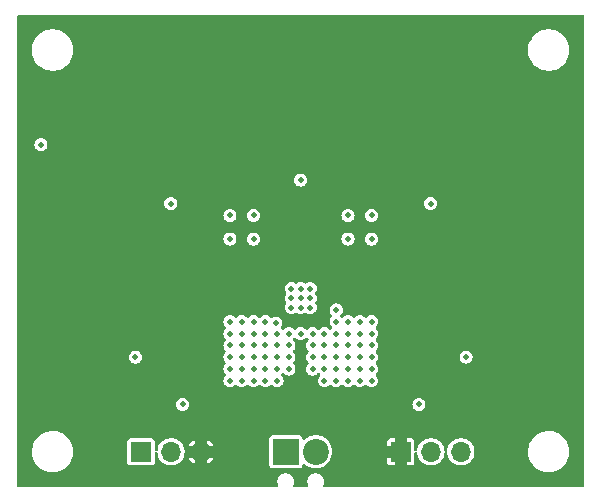
<source format=gbr>
%TF.GenerationSoftware,KiCad,Pcbnew,8.0.2*%
%TF.CreationDate,2025-01-07T09:10:32-03:00*%
%TF.ProjectId,LumiCom_Transmitter,4c756d69-436f-46d5-9f54-72616e736d69,rev?*%
%TF.SameCoordinates,Original*%
%TF.FileFunction,Copper,L3,Inr*%
%TF.FilePolarity,Positive*%
%FSLAX46Y46*%
G04 Gerber Fmt 4.6, Leading zero omitted, Abs format (unit mm)*
G04 Created by KiCad (PCBNEW 8.0.2) date 2025-01-07 09:10:32*
%MOMM*%
%LPD*%
G01*
G04 APERTURE LIST*
%TA.AperFunction,ComponentPad*%
%ADD10R,1.700000X1.700000*%
%TD*%
%TA.AperFunction,ComponentPad*%
%ADD11O,1.700000X1.700000*%
%TD*%
%TA.AperFunction,HeatsinkPad*%
%ADD12C,0.500000*%
%TD*%
%TA.AperFunction,ComponentPad*%
%ADD13R,2.200000X2.200000*%
%TD*%
%TA.AperFunction,ComponentPad*%
%ADD14C,2.200000*%
%TD*%
%TA.AperFunction,ViaPad*%
%ADD15C,0.500000*%
%TD*%
G04 APERTURE END LIST*
D10*
%TO.N,VCC*%
%TO.C,JP_A1*%
X33475000Y4000000D03*
D11*
%TO.N,Net-(JP_A1-C)*%
X36015000Y4000000D03*
%TO.N,GND*%
X38554999Y4000000D03*
%TD*%
D12*
%TO.N,GND*%
%TO.C,U1*%
X24200000Y17800000D03*
X24200000Y16200000D03*
X24200001Y17000000D03*
X25000000Y17799999D03*
X25000000Y17000000D03*
X25000000Y16200001D03*
X25799999Y17000000D03*
X25800000Y17800000D03*
X25800000Y16200000D03*
%TD*%
D10*
%TO.N,GND*%
%TO.C,JP_A0*%
X11474999Y4000000D03*
D11*
%TO.N,Net-(JP_A0-C)*%
X14014999Y4000000D03*
%TO.N,VCC*%
X16554998Y4000000D03*
%TD*%
D13*
%TO.N,Net-(J1-Pin_1)*%
%TO.C,J1*%
X23730000Y4000000D03*
D14*
%TO.N,GND*%
X26270000Y4000000D03*
%TD*%
D15*
%TO.N,GND*%
X29000000Y15000000D03*
X29000000Y13000000D03*
X23000000Y14000000D03*
X27000000Y14000000D03*
X26000000Y13000000D03*
X22000000Y10000000D03*
X28000000Y14000000D03*
X21000000Y13000000D03*
X21000000Y15000000D03*
X19000000Y11000000D03*
X19000000Y14000000D03*
X31000000Y24000000D03*
X21000000Y10000000D03*
X20000000Y14000000D03*
X20000000Y11000000D03*
X24000000Y11000000D03*
X20000000Y10000000D03*
X20000000Y12000000D03*
X11000000Y12000000D03*
X21000000Y24000000D03*
X15000000Y8000000D03*
X23000000Y13000000D03*
X22890000Y14890000D03*
X25000000Y14000000D03*
X20000000Y15000000D03*
X19000000Y13000000D03*
X28000000Y13000000D03*
X24000000Y13000000D03*
X28000000Y11000000D03*
X22000000Y15000000D03*
X23000000Y11000000D03*
X31000000Y14000000D03*
X26000000Y12000000D03*
X19000000Y12000000D03*
X30000000Y12000000D03*
X31000000Y13000000D03*
X22000000Y14000000D03*
X24000000Y12000000D03*
X35000000Y8000000D03*
X31000000Y10000000D03*
X19000000Y24000000D03*
X29000000Y14000000D03*
X14000000Y25000000D03*
X23000000Y12000000D03*
X29000000Y22000000D03*
X30000000Y13000000D03*
X19000000Y10000000D03*
X22000000Y12000000D03*
X19000000Y22000000D03*
X31000000Y22000000D03*
X36000000Y25000000D03*
X27000000Y13000000D03*
X25000000Y27000000D03*
X29000000Y10000000D03*
X22000000Y13000000D03*
X29000000Y11000000D03*
X19000000Y15000000D03*
X28000000Y15000000D03*
X28000000Y12000000D03*
X20000000Y13000000D03*
X26000000Y11000000D03*
X21000000Y12000000D03*
X39000000Y12000000D03*
X21000000Y14000000D03*
X22000000Y11000000D03*
X30000000Y11000000D03*
X27000000Y11000000D03*
X21000000Y22000000D03*
X29000000Y24000000D03*
X28000000Y10000000D03*
X31000000Y12000000D03*
X24000000Y14000000D03*
X31000000Y11000000D03*
X30000000Y15000000D03*
X29000000Y12000000D03*
X23000000Y10000000D03*
X30000000Y10000000D03*
X27000000Y10000000D03*
X3000000Y30000000D03*
X27000000Y12000000D03*
X30000000Y14000000D03*
X31000000Y15000000D03*
X21000000Y11000000D03*
%TO.N,VCC*%
X25000000Y32000000D03*
X12000000Y30000000D03*
X27500000Y8500000D03*
X11000000Y22000000D03*
X25000000Y21000000D03*
X39000000Y22000000D03*
%TO.N,Net-(JP_A0-C)*%
X26000000Y14000000D03*
%TO.N,Net-(JP_A1-C)*%
X28000000Y16000000D03*
%TD*%
%TA.AperFunction,Conductor*%
%TO.N,VCC*%
G36*
X48943039Y40980315D02*
G01*
X48988794Y40927511D01*
X49000000Y40876000D01*
X49000000Y1124000D01*
X48980315Y1056961D01*
X48927511Y1011206D01*
X48876000Y1000000D01*
X27023257Y1000000D01*
X26956218Y1019685D01*
X26910463Y1072489D01*
X26900519Y1141647D01*
X26908696Y1171452D01*
X26943578Y1255668D01*
X26943580Y1255672D01*
X26970500Y1391007D01*
X26970500Y1528993D01*
X26970500Y1528996D01*
X26943581Y1664323D01*
X26943580Y1664324D01*
X26943580Y1664328D01*
X26943578Y1664333D01*
X26890778Y1791805D01*
X26890771Y1791818D01*
X26814114Y1906542D01*
X26814111Y1906546D01*
X26716545Y2004112D01*
X26716541Y2004115D01*
X26601817Y2080772D01*
X26601804Y2080779D01*
X26474332Y2133579D01*
X26474322Y2133582D01*
X26338995Y2160500D01*
X26338993Y2160500D01*
X26201007Y2160500D01*
X26201005Y2160500D01*
X26065677Y2133582D01*
X26065667Y2133579D01*
X25938195Y2080779D01*
X25938182Y2080772D01*
X25823458Y2004115D01*
X25823454Y2004112D01*
X25725888Y1906546D01*
X25725885Y1906542D01*
X25649228Y1791818D01*
X25649221Y1791805D01*
X25596421Y1664333D01*
X25596418Y1664323D01*
X25569500Y1528996D01*
X25569500Y1528993D01*
X25569500Y1391007D01*
X25569500Y1391005D01*
X25569499Y1391005D01*
X25596418Y1255678D01*
X25596421Y1255668D01*
X25631304Y1171452D01*
X25638773Y1101982D01*
X25607497Y1039503D01*
X25547408Y1003852D01*
X25516743Y1000000D01*
X24483257Y1000000D01*
X24416218Y1019685D01*
X24370463Y1072489D01*
X24360519Y1141647D01*
X24368696Y1171452D01*
X24403578Y1255668D01*
X24403580Y1255672D01*
X24430500Y1391007D01*
X24430500Y1528993D01*
X24430500Y1528996D01*
X24403581Y1664323D01*
X24403580Y1664324D01*
X24403580Y1664328D01*
X24403578Y1664333D01*
X24350778Y1791805D01*
X24350771Y1791818D01*
X24274114Y1906542D01*
X24274111Y1906546D01*
X24176545Y2004112D01*
X24176541Y2004115D01*
X24061817Y2080772D01*
X24061804Y2080779D01*
X23934332Y2133579D01*
X23934322Y2133582D01*
X23798995Y2160500D01*
X23798993Y2160500D01*
X23661007Y2160500D01*
X23661005Y2160500D01*
X23525677Y2133582D01*
X23525667Y2133579D01*
X23398195Y2080779D01*
X23398182Y2080772D01*
X23283458Y2004115D01*
X23283454Y2004112D01*
X23185888Y1906546D01*
X23185885Y1906542D01*
X23109228Y1791818D01*
X23109221Y1791805D01*
X23056421Y1664333D01*
X23056418Y1664323D01*
X23029500Y1528996D01*
X23029500Y1528993D01*
X23029500Y1391007D01*
X23029500Y1391005D01*
X23029499Y1391005D01*
X23056418Y1255678D01*
X23056421Y1255668D01*
X23091304Y1171452D01*
X23098773Y1101982D01*
X23067497Y1039503D01*
X23007408Y1003852D01*
X22976743Y1000000D01*
X1124000Y1000000D01*
X1056961Y1019685D01*
X1011206Y1072489D01*
X1000000Y1124000D01*
X1000000Y4114742D01*
X2249500Y4114742D01*
X2249500Y3885259D01*
X2274446Y3695785D01*
X2279452Y3657762D01*
X2321724Y3500000D01*
X2338842Y3436113D01*
X2426650Y3224124D01*
X2426657Y3224110D01*
X2541392Y3025383D01*
X2681081Y2843339D01*
X2681089Y2843330D01*
X2843330Y2681089D01*
X2843338Y2681082D01*
X3025382Y2541393D01*
X3025385Y2541392D01*
X3025388Y2541389D01*
X3224112Y2426656D01*
X3224117Y2426654D01*
X3224123Y2426651D01*
X3315480Y2388810D01*
X3436113Y2338842D01*
X3657762Y2279452D01*
X3885266Y2249500D01*
X3885273Y2249500D01*
X4114727Y2249500D01*
X4114734Y2249500D01*
X4342238Y2279452D01*
X4563887Y2338842D01*
X4775888Y2426656D01*
X4974612Y2541389D01*
X5156661Y2681081D01*
X5156665Y2681086D01*
X5156670Y2681089D01*
X5318911Y2843330D01*
X5318914Y2843335D01*
X5318919Y2843339D01*
X5458611Y3025388D01*
X5573344Y3224112D01*
X5661158Y3436113D01*
X5720548Y3657762D01*
X5750500Y3885266D01*
X5750500Y4114734D01*
X5720548Y4342238D01*
X5661158Y4563887D01*
X5573344Y4775888D01*
X5504651Y4894869D01*
X10324499Y4894869D01*
X10324499Y3105144D01*
X10324501Y3105118D01*
X10327412Y3080013D01*
X10327414Y3080009D01*
X10372792Y2977236D01*
X10372793Y2977235D01*
X10452234Y2897794D01*
X10555008Y2852415D01*
X10580134Y2849500D01*
X12369863Y2849501D01*
X12369878Y2849503D01*
X12369881Y2849503D01*
X12394986Y2852414D01*
X12394987Y2852415D01*
X12394990Y2852415D01*
X12497764Y2897794D01*
X12577205Y2977235D01*
X12622584Y3080009D01*
X12625499Y3105135D01*
X12625498Y3843954D01*
X12645182Y3910991D01*
X12697986Y3956746D01*
X12767145Y3966690D01*
X12830701Y3937665D01*
X12868475Y3878887D01*
X12872969Y3855394D01*
X12877453Y3807007D01*
X12879243Y3787690D01*
X12932674Y3599901D01*
X12937595Y3582608D01*
X12937595Y3582606D01*
X13032631Y3391747D01*
X13159226Y3224110D01*
X13161127Y3221593D01*
X13318697Y3077948D01*
X13499980Y2965702D01*
X13698801Y2888679D01*
X13908389Y2849500D01*
X13908391Y2849500D01*
X14121607Y2849500D01*
X14121609Y2849500D01*
X14331197Y2888679D01*
X14530018Y2965702D01*
X14711301Y3077948D01*
X14868871Y3221593D01*
X14997365Y3391745D01*
X14997497Y3392011D01*
X15051269Y3500000D01*
X15519286Y3500000D01*
X15573057Y3392011D01*
X15701498Y3221929D01*
X15858998Y3078349D01*
X15859000Y3078347D01*
X16040200Y2966153D01*
X16040202Y2966152D01*
X16054998Y2960421D01*
X16054998Y2960422D01*
X17054998Y2960422D01*
X17069793Y2966152D01*
X17069795Y2966153D01*
X17250995Y3078347D01*
X17250997Y3078349D01*
X17408497Y3221929D01*
X17536938Y3392011D01*
X17590710Y3500000D01*
X17054998Y3500000D01*
X17054998Y2960422D01*
X16054998Y2960422D01*
X16054998Y3500000D01*
X15519286Y3500000D01*
X15051269Y3500000D01*
X15092402Y3582606D01*
X15092402Y3582607D01*
X15092404Y3582611D01*
X15150755Y3787690D01*
X15170428Y4000000D01*
X15164328Y4065826D01*
X16054998Y4065826D01*
X16054998Y3934174D01*
X16089073Y3807007D01*
X16154899Y3692993D01*
X16247991Y3599901D01*
X16362005Y3534075D01*
X16489172Y3500000D01*
X16620824Y3500000D01*
X16747991Y3534075D01*
X16862005Y3599901D01*
X16955097Y3692993D01*
X17020923Y3807007D01*
X17054998Y3934174D01*
X17054998Y4065826D01*
X17020923Y4192993D01*
X16955097Y4307007D01*
X16862005Y4400099D01*
X16747991Y4465925D01*
X16620824Y4500000D01*
X17054998Y4500000D01*
X17590710Y4500000D01*
X17590710Y4500001D01*
X17536938Y4607990D01*
X17408497Y4778072D01*
X17250997Y4921652D01*
X17250995Y4921654D01*
X17069799Y5033845D01*
X17069791Y5033849D01*
X17054998Y5039581D01*
X17054998Y4500000D01*
X16620824Y4500000D01*
X16489172Y4500000D01*
X16362005Y4465925D01*
X16247991Y4400099D01*
X16154899Y4307007D01*
X16089073Y4192993D01*
X16054998Y4065826D01*
X15164328Y4065826D01*
X15150755Y4212310D01*
X15092404Y4417389D01*
X15092402Y4417394D01*
X15092402Y4417395D01*
X15051269Y4500001D01*
X15519285Y4500001D01*
X15519286Y4500000D01*
X16054998Y4500000D01*
X16054998Y5039580D01*
X16054997Y5039581D01*
X16040204Y5033849D01*
X16040196Y5033845D01*
X15859000Y4921654D01*
X15858998Y4921652D01*
X15701498Y4778072D01*
X15573057Y4607990D01*
X15519285Y4500001D01*
X15051269Y4500001D01*
X14997366Y4608254D01*
X14868871Y4778407D01*
X14775915Y4863148D01*
X14711301Y4922052D01*
X14530018Y5034298D01*
X14530016Y5034299D01*
X14430607Y5072810D01*
X14331197Y5111321D01*
X14151732Y5144869D01*
X22329500Y5144869D01*
X22329500Y2855144D01*
X22329502Y2855118D01*
X22332413Y2830013D01*
X22332415Y2830009D01*
X22377793Y2727236D01*
X22377794Y2727235D01*
X22457235Y2647794D01*
X22560009Y2602415D01*
X22585135Y2599500D01*
X24874864Y2599501D01*
X24874879Y2599503D01*
X24874882Y2599503D01*
X24899987Y2602414D01*
X24899988Y2602415D01*
X24899991Y2602415D01*
X25002765Y2647794D01*
X25082206Y2727235D01*
X25127585Y2830009D01*
X25130500Y2855135D01*
X25130499Y2858533D01*
X25150174Y2925572D01*
X25202971Y2971334D01*
X25272128Y2981287D01*
X25330661Y2956400D01*
X25501365Y2823536D01*
X25501371Y2823532D01*
X25501374Y2823530D01*
X25705497Y2713064D01*
X25819487Y2673932D01*
X25925015Y2637703D01*
X25925017Y2637703D01*
X25925019Y2637702D01*
X26153951Y2599500D01*
X26153952Y2599500D01*
X26386048Y2599500D01*
X26386049Y2599500D01*
X26614981Y2637702D01*
X26834503Y2713064D01*
X27038626Y2823530D01*
X27046951Y2830009D01*
X27214504Y2960421D01*
X27221784Y2966087D01*
X27349860Y3105215D01*
X32325001Y3105215D01*
X32325002Y3105192D01*
X32327908Y3080131D01*
X32327909Y3080127D01*
X32373211Y2977526D01*
X32373214Y2977521D01*
X32452520Y2898215D01*
X32452525Y2898212D01*
X32555123Y2852911D01*
X32580206Y2850001D01*
X32974999Y2850001D01*
X32975000Y2850002D01*
X32975000Y3500000D01*
X32325001Y3500000D01*
X32325001Y3105215D01*
X27349860Y3105215D01*
X27378979Y3136847D01*
X27505924Y3331151D01*
X27599157Y3543700D01*
X27656134Y3768695D01*
X27665793Y3885259D01*
X27675300Y3999994D01*
X27675300Y4000007D01*
X27669846Y4065826D01*
X32975000Y4065826D01*
X32975000Y3934174D01*
X33009075Y3807007D01*
X33074901Y3692993D01*
X33167993Y3599901D01*
X33282007Y3534075D01*
X33409174Y3500000D01*
X33540826Y3500000D01*
X33667993Y3534075D01*
X33782007Y3599901D01*
X33875099Y3692993D01*
X33940925Y3807007D01*
X33975000Y3934174D01*
X33975000Y2850001D01*
X34369786Y2850001D01*
X34369808Y2850003D01*
X34394869Y2852909D01*
X34394873Y2852910D01*
X34497474Y2898212D01*
X34497479Y2898215D01*
X34576785Y2977521D01*
X34576788Y2977526D01*
X34622089Y3080123D01*
X34622089Y3080125D01*
X34624999Y3105206D01*
X34624999Y3849347D01*
X34644683Y3916386D01*
X34697487Y3962141D01*
X34766646Y3972085D01*
X34830202Y3943060D01*
X34867976Y3884282D01*
X34872470Y3860789D01*
X34877454Y3807007D01*
X34879244Y3787690D01*
X34932675Y3599901D01*
X34937596Y3582608D01*
X34937596Y3582606D01*
X35032632Y3391747D01*
X35159227Y3224110D01*
X35161128Y3221593D01*
X35318698Y3077948D01*
X35499981Y2965702D01*
X35698802Y2888679D01*
X35908390Y2849500D01*
X35908392Y2849500D01*
X36121608Y2849500D01*
X36121610Y2849500D01*
X36331198Y2888679D01*
X36530019Y2965702D01*
X36711302Y3077948D01*
X36868872Y3221593D01*
X36997366Y3391745D01*
X36997498Y3392011D01*
X37092403Y3582606D01*
X37092403Y3582607D01*
X37092405Y3582611D01*
X37150756Y3787690D01*
X37161528Y3903948D01*
X37187314Y3968883D01*
X37229630Y3999196D01*
X37338119Y3999196D01*
X37374502Y3978326D01*
X37406692Y3916314D01*
X37408470Y3903947D01*
X37417453Y3807007D01*
X37419243Y3787690D01*
X37472674Y3599901D01*
X37477595Y3582608D01*
X37477595Y3582606D01*
X37572631Y3391747D01*
X37699226Y3224110D01*
X37701127Y3221593D01*
X37858697Y3077948D01*
X38039980Y2965702D01*
X38238801Y2888679D01*
X38448389Y2849500D01*
X38448391Y2849500D01*
X38661607Y2849500D01*
X38661609Y2849500D01*
X38871197Y2888679D01*
X39070018Y2965702D01*
X39251301Y3077948D01*
X39408871Y3221593D01*
X39537365Y3391745D01*
X39537497Y3392011D01*
X39632402Y3582606D01*
X39632402Y3582607D01*
X39632404Y3582611D01*
X39690755Y3787690D01*
X39710428Y4000000D01*
X39699796Y4114742D01*
X44249500Y4114742D01*
X44249500Y3885259D01*
X44274446Y3695785D01*
X44279452Y3657762D01*
X44321724Y3500000D01*
X44338842Y3436113D01*
X44426650Y3224124D01*
X44426657Y3224110D01*
X44541392Y3025383D01*
X44681081Y2843339D01*
X44681089Y2843330D01*
X44843330Y2681089D01*
X44843338Y2681082D01*
X45025382Y2541393D01*
X45025385Y2541392D01*
X45025388Y2541389D01*
X45224112Y2426656D01*
X45224117Y2426654D01*
X45224123Y2426651D01*
X45315480Y2388810D01*
X45436113Y2338842D01*
X45657762Y2279452D01*
X45885266Y2249500D01*
X45885273Y2249500D01*
X46114727Y2249500D01*
X46114734Y2249500D01*
X46342238Y2279452D01*
X46563887Y2338842D01*
X46775888Y2426656D01*
X46974612Y2541389D01*
X47156661Y2681081D01*
X47156665Y2681086D01*
X47156670Y2681089D01*
X47318911Y2843330D01*
X47318914Y2843335D01*
X47318919Y2843339D01*
X47458611Y3025388D01*
X47573344Y3224112D01*
X47661158Y3436113D01*
X47720548Y3657762D01*
X47750500Y3885266D01*
X47750500Y4114734D01*
X47720548Y4342238D01*
X47661158Y4563887D01*
X47573344Y4775888D01*
X47458611Y4974612D01*
X47458608Y4974615D01*
X47458607Y4974618D01*
X47330588Y5141454D01*
X47318919Y5156661D01*
X47318918Y5156662D01*
X47318911Y5156670D01*
X47156670Y5318911D01*
X47156661Y5318919D01*
X46974617Y5458608D01*
X46775890Y5573343D01*
X46775876Y5573350D01*
X46563887Y5661158D01*
X46342238Y5720548D01*
X46304215Y5725554D01*
X46114741Y5750500D01*
X46114734Y5750500D01*
X45885266Y5750500D01*
X45885258Y5750500D01*
X45668715Y5721991D01*
X45657762Y5720548D01*
X45564076Y5695446D01*
X45436112Y5661158D01*
X45224123Y5573350D01*
X45224109Y5573343D01*
X45025382Y5458608D01*
X44843338Y5318919D01*
X44681081Y5156662D01*
X44541392Y4974618D01*
X44426657Y4775891D01*
X44426650Y4775877D01*
X44338842Y4563888D01*
X44338842Y4563887D01*
X44299590Y4417393D01*
X44279453Y4342241D01*
X44279451Y4342230D01*
X44249500Y4114742D01*
X39699796Y4114742D01*
X39690755Y4212310D01*
X39632404Y4417389D01*
X39632402Y4417394D01*
X39632402Y4417395D01*
X39537366Y4608254D01*
X39408871Y4778407D01*
X39315915Y4863148D01*
X39251301Y4922052D01*
X39070018Y5034298D01*
X39070016Y5034299D01*
X38970607Y5072810D01*
X38871197Y5111321D01*
X38661609Y5150500D01*
X38448389Y5150500D01*
X38238801Y5111321D01*
X38238798Y5111321D01*
X38238798Y5111320D01*
X38039981Y5034299D01*
X38039979Y5034298D01*
X37858698Y4922053D01*
X37701126Y4778407D01*
X37572631Y4608254D01*
X37477595Y4417395D01*
X37477595Y4417393D01*
X37419243Y4212311D01*
X37408470Y4096054D01*
X37382684Y4031117D01*
X37338119Y3999196D01*
X37229630Y3999196D01*
X37231877Y4000806D01*
X37195496Y4021676D01*
X37163306Y4083688D01*
X37161528Y4096055D01*
X37159798Y4114728D01*
X37150756Y4212310D01*
X37092405Y4417389D01*
X37092403Y4417394D01*
X37092403Y4417395D01*
X36997367Y4608254D01*
X36868872Y4778407D01*
X36775916Y4863148D01*
X36711302Y4922052D01*
X36530019Y5034298D01*
X36530017Y5034299D01*
X36430608Y5072810D01*
X36331198Y5111321D01*
X36121610Y5150500D01*
X35908390Y5150500D01*
X35698802Y5111321D01*
X35698799Y5111321D01*
X35698799Y5111320D01*
X35499982Y5034299D01*
X35499980Y5034298D01*
X35318699Y4922053D01*
X35161127Y4778407D01*
X35032632Y4608254D01*
X34937596Y4417395D01*
X34937596Y4417393D01*
X34879244Y4212311D01*
X34872470Y4139210D01*
X34846683Y4074273D01*
X34789883Y4033586D01*
X34720102Y4030066D01*
X34659496Y4064832D01*
X34627306Y4126845D01*
X34624999Y4150652D01*
X34624999Y4894786D01*
X34624997Y4894809D01*
X34622091Y4919870D01*
X34622090Y4919874D01*
X34576788Y5022475D01*
X34576785Y5022480D01*
X34497479Y5101786D01*
X34497474Y5101789D01*
X34394876Y5147090D01*
X34369794Y5150000D01*
X33975000Y5150000D01*
X33975000Y4065826D01*
X33940925Y4192993D01*
X33875099Y4307007D01*
X33782007Y4400099D01*
X33667993Y4465925D01*
X33540826Y4500000D01*
X33409174Y4500000D01*
X33282007Y4465925D01*
X33167993Y4400099D01*
X33074901Y4307007D01*
X33009075Y4192993D01*
X32975000Y4065826D01*
X27669846Y4065826D01*
X27656135Y4231298D01*
X27656133Y4231309D01*
X27599157Y4456301D01*
X27505924Y4668849D01*
X27378983Y4863148D01*
X27378980Y4863151D01*
X27378979Y4863153D01*
X27349851Y4894795D01*
X32325000Y4894795D01*
X32325000Y4500000D01*
X32975000Y4500000D01*
X32975000Y5150000D01*
X32580214Y5150000D01*
X32580191Y5149998D01*
X32555130Y5147092D01*
X32555126Y5147091D01*
X32452525Y5101789D01*
X32452520Y5101786D01*
X32373214Y5022480D01*
X32373211Y5022475D01*
X32327910Y4919878D01*
X32327910Y4919876D01*
X32325000Y4894795D01*
X27349851Y4894795D01*
X27221784Y5033913D01*
X27221779Y5033917D01*
X27221777Y5033919D01*
X27038634Y5176465D01*
X27038628Y5176469D01*
X26834504Y5286936D01*
X26834495Y5286939D01*
X26614984Y5362298D01*
X26443282Y5390950D01*
X26386049Y5400500D01*
X26153951Y5400500D01*
X26108164Y5392860D01*
X25925015Y5362298D01*
X25705504Y5286939D01*
X25705495Y5286936D01*
X25501372Y5176469D01*
X25330661Y5043600D01*
X25265667Y5017958D01*
X25197127Y5031525D01*
X25146802Y5079993D01*
X25130499Y5141454D01*
X25130499Y5144857D01*
X25130499Y5144864D01*
X25130241Y5147092D01*
X25127586Y5169988D01*
X25127585Y5169990D01*
X25127585Y5169991D01*
X25082206Y5272765D01*
X25002765Y5352206D01*
X24979909Y5362298D01*
X24899992Y5397585D01*
X24874865Y5400500D01*
X22585143Y5400500D01*
X22585117Y5400498D01*
X22560012Y5397587D01*
X22560008Y5397585D01*
X22457235Y5352207D01*
X22377794Y5272766D01*
X22332415Y5169994D01*
X22332415Y5169992D01*
X22329500Y5144869D01*
X14151732Y5144869D01*
X14121609Y5150500D01*
X13908389Y5150500D01*
X13698801Y5111321D01*
X13698798Y5111321D01*
X13698798Y5111320D01*
X13499981Y5034299D01*
X13499979Y5034298D01*
X13318698Y4922053D01*
X13161126Y4778407D01*
X13032631Y4608254D01*
X12937595Y4417395D01*
X12937595Y4417393D01*
X12879243Y4212311D01*
X12872969Y4144606D01*
X12847182Y4079669D01*
X12790382Y4038982D01*
X12720601Y4035462D01*
X12659994Y4070228D01*
X12627805Y4132241D01*
X12625498Y4156048D01*
X12625498Y4894857D01*
X12625498Y4894864D01*
X12625496Y4894883D01*
X12622585Y4919988D01*
X12622584Y4919990D01*
X12622584Y4919991D01*
X12577205Y5022765D01*
X12497764Y5102206D01*
X12477123Y5111320D01*
X12394991Y5147585D01*
X12369864Y5150500D01*
X10580142Y5150500D01*
X10580116Y5150498D01*
X10555011Y5147587D01*
X10555007Y5147585D01*
X10452234Y5102207D01*
X10372793Y5022766D01*
X10327414Y4919994D01*
X10327414Y4919992D01*
X10324499Y4894869D01*
X5504651Y4894869D01*
X5458611Y4974612D01*
X5458608Y4974615D01*
X5458607Y4974618D01*
X5330588Y5141454D01*
X5318919Y5156661D01*
X5318918Y5156662D01*
X5318911Y5156670D01*
X5156670Y5318911D01*
X5156661Y5318919D01*
X4974617Y5458608D01*
X4775890Y5573343D01*
X4775876Y5573350D01*
X4563887Y5661158D01*
X4342238Y5720548D01*
X4304215Y5725554D01*
X4114741Y5750500D01*
X4114734Y5750500D01*
X3885266Y5750500D01*
X3885258Y5750500D01*
X3668715Y5721991D01*
X3657762Y5720548D01*
X3564076Y5695446D01*
X3436112Y5661158D01*
X3224123Y5573350D01*
X3224109Y5573343D01*
X3025382Y5458608D01*
X2843338Y5318919D01*
X2681081Y5156662D01*
X2541392Y4974618D01*
X2426657Y4775891D01*
X2426650Y4775877D01*
X2338842Y4563888D01*
X2338842Y4563887D01*
X2299590Y4417393D01*
X2279453Y4342241D01*
X2279451Y4342230D01*
X2249500Y4114742D01*
X1000000Y4114742D01*
X1000000Y8000001D01*
X14444750Y8000001D01*
X14444750Y8000000D01*
X14463670Y7856292D01*
X14463671Y7856288D01*
X14519137Y7722378D01*
X14519138Y7722376D01*
X14519139Y7722375D01*
X14607379Y7607379D01*
X14722375Y7519139D01*
X14856291Y7463670D01*
X14983280Y7446952D01*
X14999999Y7444750D01*
X15000000Y7444750D01*
X15000001Y7444750D01*
X15014977Y7446722D01*
X15143709Y7463670D01*
X15277625Y7519139D01*
X15392621Y7607379D01*
X15480861Y7722375D01*
X15536330Y7856291D01*
X15555250Y8000000D01*
X15555250Y8000001D01*
X34444750Y8000001D01*
X34444750Y8000000D01*
X34463670Y7856292D01*
X34463671Y7856288D01*
X34519137Y7722378D01*
X34519138Y7722376D01*
X34519139Y7722375D01*
X34607379Y7607379D01*
X34722375Y7519139D01*
X34856291Y7463670D01*
X34983280Y7446952D01*
X34999999Y7444750D01*
X35000000Y7444750D01*
X35000001Y7444750D01*
X35014977Y7446722D01*
X35143709Y7463670D01*
X35277625Y7519139D01*
X35392621Y7607379D01*
X35480861Y7722375D01*
X35536330Y7856291D01*
X35555250Y8000000D01*
X35536330Y8143709D01*
X35480861Y8277625D01*
X35392621Y8392621D01*
X35277625Y8480861D01*
X35277624Y8480862D01*
X35277622Y8480863D01*
X35143712Y8536329D01*
X35143710Y8536330D01*
X35143709Y8536330D01*
X35071854Y8545790D01*
X35000001Y8555250D01*
X34999999Y8555250D01*
X34856291Y8536330D01*
X34856287Y8536329D01*
X34722377Y8480863D01*
X34607379Y8392621D01*
X34519137Y8277623D01*
X34463671Y8143713D01*
X34463670Y8143709D01*
X34444750Y8000001D01*
X15555250Y8000001D01*
X15536330Y8143709D01*
X15480861Y8277625D01*
X15392621Y8392621D01*
X15277625Y8480861D01*
X15277624Y8480862D01*
X15277622Y8480863D01*
X15143712Y8536329D01*
X15143710Y8536330D01*
X15143709Y8536330D01*
X15071854Y8545790D01*
X15000001Y8555250D01*
X14999999Y8555250D01*
X14856291Y8536330D01*
X14856287Y8536329D01*
X14722377Y8480863D01*
X14607379Y8392621D01*
X14519137Y8277623D01*
X14463671Y8143713D01*
X14463670Y8143709D01*
X14444750Y8000001D01*
X1000000Y8000001D01*
X1000000Y12000001D01*
X10444750Y12000001D01*
X10444750Y12000000D01*
X10463670Y11856292D01*
X10463671Y11856288D01*
X10519137Y11722378D01*
X10519138Y11722376D01*
X10519139Y11722375D01*
X10607379Y11607379D01*
X10722375Y11519139D01*
X10856291Y11463670D01*
X10983280Y11446952D01*
X10999999Y11444750D01*
X11000000Y11444750D01*
X11000001Y11444750D01*
X11014977Y11446722D01*
X11143709Y11463670D01*
X11277625Y11519139D01*
X11392621Y11607379D01*
X11480861Y11722375D01*
X11536330Y11856291D01*
X11555250Y12000000D01*
X11536330Y12143709D01*
X11480861Y12277625D01*
X11392621Y12392621D01*
X11277625Y12480861D01*
X11277624Y12480862D01*
X11277622Y12480863D01*
X11143712Y12536329D01*
X11143710Y12536330D01*
X11143709Y12536330D01*
X11071854Y12545790D01*
X11000001Y12555250D01*
X10999999Y12555250D01*
X10856291Y12536330D01*
X10856287Y12536329D01*
X10722377Y12480863D01*
X10607379Y12392621D01*
X10519137Y12277623D01*
X10463671Y12143713D01*
X10463670Y12143709D01*
X10444750Y12000001D01*
X1000000Y12000001D01*
X1000000Y15000001D01*
X18444750Y15000001D01*
X18444750Y15000000D01*
X18463670Y14856292D01*
X18463671Y14856288D01*
X18519137Y14722378D01*
X18519138Y14722376D01*
X18519139Y14722375D01*
X18607379Y14607379D01*
X18616711Y14600218D01*
X18619113Y14598375D01*
X18660316Y14541947D01*
X18664470Y14472201D01*
X18630257Y14411281D01*
X18619113Y14401625D01*
X18607381Y14392623D01*
X18607380Y14392622D01*
X18607379Y14392621D01*
X18589824Y14369743D01*
X18519137Y14277623D01*
X18463671Y14143713D01*
X18463670Y14143709D01*
X18444750Y14000001D01*
X18444750Y14000000D01*
X18463670Y13856292D01*
X18463671Y13856288D01*
X18519137Y13722378D01*
X18519138Y13722376D01*
X18519139Y13722375D01*
X18607379Y13607379D01*
X18616711Y13600218D01*
X18619113Y13598375D01*
X18660316Y13541947D01*
X18664470Y13472201D01*
X18630257Y13411281D01*
X18619113Y13401625D01*
X18607381Y13392623D01*
X18519137Y13277623D01*
X18463671Y13143713D01*
X18463670Y13143709D01*
X18444750Y13000001D01*
X18444750Y13000000D01*
X18463670Y12856292D01*
X18463671Y12856288D01*
X18519137Y12722378D01*
X18519138Y12722376D01*
X18519139Y12722375D01*
X18607379Y12607379D01*
X18616711Y12600218D01*
X18619113Y12598375D01*
X18660316Y12541947D01*
X18664470Y12472201D01*
X18630257Y12411281D01*
X18619113Y12401625D01*
X18607381Y12392623D01*
X18519137Y12277623D01*
X18463671Y12143713D01*
X18463670Y12143709D01*
X18444750Y12000001D01*
X18444750Y12000000D01*
X18463670Y11856292D01*
X18463671Y11856288D01*
X18519137Y11722378D01*
X18519138Y11722376D01*
X18519139Y11722375D01*
X18607379Y11607379D01*
X18616711Y11600218D01*
X18619113Y11598375D01*
X18660316Y11541947D01*
X18664470Y11472201D01*
X18630257Y11411281D01*
X18619113Y11401625D01*
X18607381Y11392623D01*
X18519137Y11277623D01*
X18463671Y11143713D01*
X18463670Y11143709D01*
X18444750Y11000001D01*
X18444750Y11000000D01*
X18463670Y10856292D01*
X18463671Y10856288D01*
X18519137Y10722378D01*
X18519138Y10722376D01*
X18519139Y10722375D01*
X18607379Y10607379D01*
X18616711Y10600218D01*
X18619113Y10598375D01*
X18660316Y10541947D01*
X18664470Y10472201D01*
X18630257Y10411281D01*
X18619113Y10401625D01*
X18607381Y10392623D01*
X18519137Y10277623D01*
X18463671Y10143713D01*
X18463670Y10143709D01*
X18444750Y10000001D01*
X18444750Y10000000D01*
X18463670Y9856292D01*
X18463671Y9856288D01*
X18519137Y9722378D01*
X18519138Y9722376D01*
X18519139Y9722375D01*
X18607379Y9607379D01*
X18722375Y9519139D01*
X18856291Y9463670D01*
X18983280Y9446952D01*
X18999999Y9444750D01*
X19000000Y9444750D01*
X19000001Y9444750D01*
X19014977Y9446722D01*
X19143709Y9463670D01*
X19277625Y9519139D01*
X19392621Y9607379D01*
X19401625Y9619114D01*
X19458050Y9660315D01*
X19527796Y9664471D01*
X19588717Y9630260D01*
X19598367Y9619124D01*
X19607379Y9607379D01*
X19722375Y9519139D01*
X19856291Y9463670D01*
X19983280Y9446952D01*
X19999999Y9444750D01*
X20000000Y9444750D01*
X20000001Y9444750D01*
X20014977Y9446722D01*
X20143709Y9463670D01*
X20277625Y9519139D01*
X20392621Y9607379D01*
X20401625Y9619114D01*
X20458050Y9660315D01*
X20527796Y9664471D01*
X20588717Y9630260D01*
X20598367Y9619124D01*
X20607379Y9607379D01*
X20722375Y9519139D01*
X20856291Y9463670D01*
X20983280Y9446952D01*
X20999999Y9444750D01*
X21000000Y9444750D01*
X21000001Y9444750D01*
X21014977Y9446722D01*
X21143709Y9463670D01*
X21277625Y9519139D01*
X21392621Y9607379D01*
X21401625Y9619114D01*
X21458050Y9660315D01*
X21527796Y9664471D01*
X21588717Y9630260D01*
X21598367Y9619124D01*
X21607379Y9607379D01*
X21722375Y9519139D01*
X21856291Y9463670D01*
X21983280Y9446952D01*
X21999999Y9444750D01*
X22000000Y9444750D01*
X22000001Y9444750D01*
X22014977Y9446722D01*
X22143709Y9463670D01*
X22277625Y9519139D01*
X22392621Y9607379D01*
X22401625Y9619114D01*
X22458050Y9660315D01*
X22527796Y9664471D01*
X22588717Y9630260D01*
X22598367Y9619124D01*
X22607379Y9607379D01*
X22722375Y9519139D01*
X22856291Y9463670D01*
X22983280Y9446952D01*
X22999999Y9444750D01*
X23000000Y9444750D01*
X23000001Y9444750D01*
X23014977Y9446722D01*
X23143709Y9463670D01*
X23277625Y9519139D01*
X23392621Y9607379D01*
X23480861Y9722375D01*
X23536330Y9856291D01*
X23555250Y10000000D01*
X23536330Y10143709D01*
X23480861Y10277625D01*
X23392621Y10392621D01*
X23380886Y10401626D01*
X23339685Y10458050D01*
X23335529Y10527796D01*
X23369740Y10588717D01*
X23380876Y10598368D01*
X23392621Y10607379D01*
X23401625Y10619114D01*
X23458050Y10660315D01*
X23527796Y10664471D01*
X23588717Y10630260D01*
X23598367Y10619124D01*
X23607379Y10607379D01*
X23722375Y10519139D01*
X23856291Y10463670D01*
X23983280Y10446952D01*
X23999999Y10444750D01*
X24000000Y10444750D01*
X24000001Y10444750D01*
X24014977Y10446722D01*
X24143709Y10463670D01*
X24277625Y10519139D01*
X24392621Y10607379D01*
X24480861Y10722375D01*
X24536330Y10856291D01*
X24555250Y11000000D01*
X24536330Y11143709D01*
X24480861Y11277625D01*
X24392621Y11392621D01*
X24380886Y11401626D01*
X24339685Y11458050D01*
X24335529Y11527796D01*
X24369740Y11588717D01*
X24380876Y11598368D01*
X24392621Y11607379D01*
X24480861Y11722375D01*
X24536330Y11856291D01*
X24555250Y12000000D01*
X24536330Y12143709D01*
X24480861Y12277625D01*
X24392621Y12392621D01*
X24380886Y12401626D01*
X24339685Y12458050D01*
X24335529Y12527796D01*
X24369740Y12588717D01*
X24380876Y12598368D01*
X24392621Y12607379D01*
X24480861Y12722375D01*
X24536330Y12856291D01*
X24555250Y13000000D01*
X24536330Y13143709D01*
X24480861Y13277625D01*
X24392621Y13392621D01*
X24380886Y13401626D01*
X24339685Y13458050D01*
X24335529Y13527796D01*
X24369740Y13588717D01*
X24380876Y13598368D01*
X24392621Y13607379D01*
X24401625Y13619114D01*
X24458050Y13660315D01*
X24527796Y13664471D01*
X24588717Y13630260D01*
X24598367Y13619124D01*
X24607379Y13607379D01*
X24722375Y13519139D01*
X24856291Y13463670D01*
X24983280Y13446952D01*
X24999999Y13444750D01*
X25000000Y13444750D01*
X25000001Y13444750D01*
X25014977Y13446722D01*
X25143709Y13463670D01*
X25277625Y13519139D01*
X25392621Y13607379D01*
X25401625Y13619114D01*
X25458050Y13660315D01*
X25527796Y13664471D01*
X25588717Y13630260D01*
X25598367Y13619124D01*
X25607378Y13607380D01*
X25607380Y13607378D01*
X25619113Y13598375D01*
X25660316Y13541947D01*
X25664470Y13472201D01*
X25630257Y13411281D01*
X25619113Y13401625D01*
X25607381Y13392623D01*
X25519137Y13277623D01*
X25463671Y13143713D01*
X25463670Y13143709D01*
X25444750Y13000001D01*
X25444750Y13000000D01*
X25463670Y12856292D01*
X25463671Y12856288D01*
X25519137Y12722378D01*
X25519138Y12722376D01*
X25519139Y12722375D01*
X25607379Y12607379D01*
X25616711Y12600218D01*
X25619113Y12598375D01*
X25660316Y12541947D01*
X25664470Y12472201D01*
X25630257Y12411281D01*
X25619113Y12401625D01*
X25607381Y12392623D01*
X25519137Y12277623D01*
X25463671Y12143713D01*
X25463670Y12143709D01*
X25444750Y12000001D01*
X25444750Y12000000D01*
X25463670Y11856292D01*
X25463671Y11856288D01*
X25519137Y11722378D01*
X25519138Y11722376D01*
X25519139Y11722375D01*
X25607379Y11607379D01*
X25616711Y11600218D01*
X25619113Y11598375D01*
X25660316Y11541947D01*
X25664470Y11472201D01*
X25630257Y11411281D01*
X25619113Y11401625D01*
X25607381Y11392623D01*
X25519137Y11277623D01*
X25463671Y11143713D01*
X25463670Y11143709D01*
X25444750Y11000001D01*
X25444750Y11000000D01*
X25463670Y10856292D01*
X25463671Y10856288D01*
X25519137Y10722378D01*
X25519138Y10722376D01*
X25519139Y10722375D01*
X25607379Y10607379D01*
X25722375Y10519139D01*
X25856291Y10463670D01*
X25983280Y10446952D01*
X25999999Y10444750D01*
X26000000Y10444750D01*
X26000001Y10444750D01*
X26014977Y10446722D01*
X26143709Y10463670D01*
X26277625Y10519139D01*
X26392621Y10607379D01*
X26401625Y10619114D01*
X26458050Y10660315D01*
X26527796Y10664471D01*
X26588717Y10630260D01*
X26598367Y10619124D01*
X26607378Y10607380D01*
X26607380Y10607378D01*
X26619113Y10598375D01*
X26660316Y10541947D01*
X26664470Y10472201D01*
X26630257Y10411281D01*
X26619113Y10401625D01*
X26607381Y10392623D01*
X26519137Y10277623D01*
X26463671Y10143713D01*
X26463670Y10143709D01*
X26444750Y10000001D01*
X26444750Y10000000D01*
X26463670Y9856292D01*
X26463671Y9856288D01*
X26519137Y9722378D01*
X26519138Y9722376D01*
X26519139Y9722375D01*
X26607379Y9607379D01*
X26722375Y9519139D01*
X26856291Y9463670D01*
X26983280Y9446952D01*
X26999999Y9444750D01*
X27000000Y9444750D01*
X27000001Y9444750D01*
X27014977Y9446722D01*
X27143709Y9463670D01*
X27277625Y9519139D01*
X27392621Y9607379D01*
X27401625Y9619114D01*
X27458050Y9660315D01*
X27527796Y9664471D01*
X27588717Y9630260D01*
X27598367Y9619124D01*
X27607379Y9607379D01*
X27722375Y9519139D01*
X27856291Y9463670D01*
X27983280Y9446952D01*
X27999999Y9444750D01*
X28000000Y9444750D01*
X28000001Y9444750D01*
X28014977Y9446722D01*
X28143709Y9463670D01*
X28277625Y9519139D01*
X28392621Y9607379D01*
X28401625Y9619114D01*
X28458050Y9660315D01*
X28527796Y9664471D01*
X28588717Y9630260D01*
X28598367Y9619124D01*
X28607379Y9607379D01*
X28722375Y9519139D01*
X28856291Y9463670D01*
X28983280Y9446952D01*
X28999999Y9444750D01*
X29000000Y9444750D01*
X29000001Y9444750D01*
X29014977Y9446722D01*
X29143709Y9463670D01*
X29277625Y9519139D01*
X29392621Y9607379D01*
X29401625Y9619114D01*
X29458050Y9660315D01*
X29527796Y9664471D01*
X29588717Y9630260D01*
X29598367Y9619124D01*
X29607379Y9607379D01*
X29722375Y9519139D01*
X29856291Y9463670D01*
X29983280Y9446952D01*
X29999999Y9444750D01*
X30000000Y9444750D01*
X30000001Y9444750D01*
X30014977Y9446722D01*
X30143709Y9463670D01*
X30277625Y9519139D01*
X30392621Y9607379D01*
X30401625Y9619114D01*
X30458050Y9660315D01*
X30527796Y9664471D01*
X30588717Y9630260D01*
X30598367Y9619124D01*
X30607379Y9607379D01*
X30722375Y9519139D01*
X30856291Y9463670D01*
X30983280Y9446952D01*
X30999999Y9444750D01*
X31000000Y9444750D01*
X31000001Y9444750D01*
X31014977Y9446722D01*
X31143709Y9463670D01*
X31277625Y9519139D01*
X31392621Y9607379D01*
X31480861Y9722375D01*
X31536330Y9856291D01*
X31555250Y10000000D01*
X31536330Y10143709D01*
X31480861Y10277625D01*
X31392621Y10392621D01*
X31380886Y10401626D01*
X31339685Y10458050D01*
X31335529Y10527796D01*
X31369740Y10588717D01*
X31380876Y10598368D01*
X31392621Y10607379D01*
X31480861Y10722375D01*
X31536330Y10856291D01*
X31555250Y11000000D01*
X31536330Y11143709D01*
X31480861Y11277625D01*
X31392621Y11392621D01*
X31380886Y11401626D01*
X31339685Y11458050D01*
X31335529Y11527796D01*
X31369740Y11588717D01*
X31380876Y11598368D01*
X31392621Y11607379D01*
X31480861Y11722375D01*
X31536330Y11856291D01*
X31555250Y12000000D01*
X31555250Y12000001D01*
X38444750Y12000001D01*
X38444750Y12000000D01*
X38463670Y11856292D01*
X38463671Y11856288D01*
X38519137Y11722378D01*
X38519138Y11722376D01*
X38519139Y11722375D01*
X38607379Y11607379D01*
X38722375Y11519139D01*
X38856291Y11463670D01*
X38983280Y11446952D01*
X38999999Y11444750D01*
X39000000Y11444750D01*
X39000001Y11444750D01*
X39014977Y11446722D01*
X39143709Y11463670D01*
X39277625Y11519139D01*
X39392621Y11607379D01*
X39480861Y11722375D01*
X39536330Y11856291D01*
X39555250Y12000000D01*
X39536330Y12143709D01*
X39480861Y12277625D01*
X39392621Y12392621D01*
X39277625Y12480861D01*
X39277624Y12480862D01*
X39277622Y12480863D01*
X39143712Y12536329D01*
X39143710Y12536330D01*
X39143709Y12536330D01*
X39071854Y12545790D01*
X39000001Y12555250D01*
X38999999Y12555250D01*
X38856291Y12536330D01*
X38856287Y12536329D01*
X38722377Y12480863D01*
X38607379Y12392621D01*
X38519137Y12277623D01*
X38463671Y12143713D01*
X38463670Y12143709D01*
X38444750Y12000001D01*
X31555250Y12000001D01*
X31536330Y12143709D01*
X31480861Y12277625D01*
X31392621Y12392621D01*
X31380886Y12401626D01*
X31339685Y12458050D01*
X31335529Y12527796D01*
X31369740Y12588717D01*
X31380876Y12598368D01*
X31392621Y12607379D01*
X31480861Y12722375D01*
X31536330Y12856291D01*
X31555250Y13000000D01*
X31536330Y13143709D01*
X31480861Y13277625D01*
X31392621Y13392621D01*
X31380886Y13401626D01*
X31339685Y13458050D01*
X31335529Y13527796D01*
X31369740Y13588717D01*
X31380876Y13598368D01*
X31392621Y13607379D01*
X31480861Y13722375D01*
X31536330Y13856291D01*
X31555250Y14000000D01*
X31536330Y14143709D01*
X31480861Y14277625D01*
X31392621Y14392621D01*
X31380886Y14401626D01*
X31339685Y14458050D01*
X31335529Y14527796D01*
X31369740Y14588717D01*
X31380876Y14598368D01*
X31392621Y14607379D01*
X31480861Y14722375D01*
X31536330Y14856291D01*
X31555250Y15000000D01*
X31536330Y15143709D01*
X31480861Y15277625D01*
X31392621Y15392621D01*
X31277625Y15480861D01*
X31277624Y15480862D01*
X31277622Y15480863D01*
X31143712Y15536329D01*
X31143710Y15536330D01*
X31143709Y15536330D01*
X31071854Y15545790D01*
X31000001Y15555250D01*
X30999999Y15555250D01*
X30856291Y15536330D01*
X30856287Y15536329D01*
X30722377Y15480863D01*
X30711089Y15472201D01*
X30607379Y15392621D01*
X30607378Y15392620D01*
X30607377Y15392619D01*
X30598375Y15380887D01*
X30541947Y15339684D01*
X30472201Y15335530D01*
X30411281Y15369743D01*
X30401625Y15380887D01*
X30399782Y15383289D01*
X30392621Y15392621D01*
X30277625Y15480861D01*
X30277624Y15480862D01*
X30277622Y15480863D01*
X30143712Y15536329D01*
X30143710Y15536330D01*
X30143709Y15536330D01*
X30071854Y15545790D01*
X30000001Y15555250D01*
X29999999Y15555250D01*
X29856291Y15536330D01*
X29856287Y15536329D01*
X29722377Y15480863D01*
X29711089Y15472201D01*
X29607379Y15392621D01*
X29607378Y15392620D01*
X29607377Y15392619D01*
X29598375Y15380887D01*
X29541947Y15339684D01*
X29472201Y15335530D01*
X29411281Y15369743D01*
X29401625Y15380887D01*
X29399782Y15383289D01*
X29392621Y15392621D01*
X29277625Y15480861D01*
X29277624Y15480862D01*
X29277622Y15480863D01*
X29143712Y15536329D01*
X29143710Y15536330D01*
X29143709Y15536330D01*
X29071854Y15545790D01*
X29000001Y15555250D01*
X28999999Y15555250D01*
X28856291Y15536330D01*
X28856287Y15536329D01*
X28722377Y15480863D01*
X28711089Y15472201D01*
X28607379Y15392621D01*
X28607378Y15392620D01*
X28607377Y15392619D01*
X28598375Y15380887D01*
X28541947Y15339684D01*
X28472201Y15335530D01*
X28411281Y15369743D01*
X28401625Y15380887D01*
X28392622Y15392620D01*
X28392618Y15392623D01*
X28380886Y15401626D01*
X28339685Y15458050D01*
X28335529Y15527796D01*
X28369740Y15588717D01*
X28380876Y15598368D01*
X28392621Y15607379D01*
X28480861Y15722375D01*
X28536330Y15856291D01*
X28555250Y16000000D01*
X28536330Y16143709D01*
X28480861Y16277625D01*
X28392621Y16392621D01*
X28277625Y16480861D01*
X28277624Y16480862D01*
X28277622Y16480863D01*
X28143712Y16536329D01*
X28143710Y16536330D01*
X28143709Y16536330D01*
X28071854Y16545790D01*
X28000001Y16555250D01*
X27999999Y16555250D01*
X27856291Y16536330D01*
X27856287Y16536329D01*
X27722377Y16480863D01*
X27607379Y16392621D01*
X27519137Y16277623D01*
X27463671Y16143713D01*
X27463670Y16143709D01*
X27444750Y16000001D01*
X27444750Y16000000D01*
X27463670Y15856292D01*
X27463671Y15856288D01*
X27519137Y15722378D01*
X27519138Y15722376D01*
X27519139Y15722375D01*
X27607379Y15607379D01*
X27616711Y15600218D01*
X27619113Y15598375D01*
X27660316Y15541947D01*
X27664470Y15472201D01*
X27630257Y15411281D01*
X27619113Y15401625D01*
X27607381Y15392623D01*
X27607380Y15392622D01*
X27607379Y15392621D01*
X27589824Y15369743D01*
X27519137Y15277623D01*
X27463671Y15143713D01*
X27463670Y15143709D01*
X27444750Y15000001D01*
X27444750Y15000000D01*
X27463670Y14856292D01*
X27463671Y14856288D01*
X27519137Y14722378D01*
X27519138Y14722376D01*
X27519139Y14722375D01*
X27607379Y14607379D01*
X27616711Y14600218D01*
X27619113Y14598375D01*
X27660316Y14541947D01*
X27664470Y14472201D01*
X27630257Y14411281D01*
X27619113Y14401625D01*
X27607379Y14392622D01*
X27607378Y14392621D01*
X27598375Y14380887D01*
X27541947Y14339684D01*
X27472201Y14335530D01*
X27411281Y14369743D01*
X27401625Y14380887D01*
X27399782Y14383289D01*
X27392621Y14392621D01*
X27277625Y14480861D01*
X27277624Y14480862D01*
X27277622Y14480863D01*
X27143712Y14536329D01*
X27143710Y14536330D01*
X27143709Y14536330D01*
X27071854Y14545790D01*
X27000001Y14555250D01*
X26999999Y14555250D01*
X26856291Y14536330D01*
X26856287Y14536329D01*
X26722377Y14480863D01*
X26711089Y14472201D01*
X26607379Y14392621D01*
X26607378Y14392620D01*
X26607377Y14392619D01*
X26598375Y14380887D01*
X26541947Y14339684D01*
X26472201Y14335530D01*
X26411281Y14369743D01*
X26401625Y14380887D01*
X26399782Y14383289D01*
X26392621Y14392621D01*
X26277625Y14480861D01*
X26277624Y14480862D01*
X26277622Y14480863D01*
X26143712Y14536329D01*
X26143710Y14536330D01*
X26143709Y14536330D01*
X26071854Y14545790D01*
X26000001Y14555250D01*
X25999999Y14555250D01*
X25856291Y14536330D01*
X25856287Y14536329D01*
X25722377Y14480863D01*
X25711089Y14472201D01*
X25607379Y14392621D01*
X25607378Y14392620D01*
X25607377Y14392619D01*
X25598375Y14380887D01*
X25541947Y14339684D01*
X25472201Y14335530D01*
X25411281Y14369743D01*
X25401625Y14380887D01*
X25399782Y14383289D01*
X25392621Y14392621D01*
X25277625Y14480861D01*
X25277624Y14480862D01*
X25277622Y14480863D01*
X25143712Y14536329D01*
X25143710Y14536330D01*
X25143709Y14536330D01*
X25071854Y14545790D01*
X25000001Y14555250D01*
X24999999Y14555250D01*
X24856291Y14536330D01*
X24856287Y14536329D01*
X24722377Y14480863D01*
X24711089Y14472201D01*
X24607379Y14392621D01*
X24607378Y14392620D01*
X24607377Y14392619D01*
X24598375Y14380887D01*
X24541947Y14339684D01*
X24472201Y14335530D01*
X24411281Y14369743D01*
X24401625Y14380887D01*
X24399782Y14383289D01*
X24392621Y14392621D01*
X24277625Y14480861D01*
X24277624Y14480862D01*
X24277622Y14480863D01*
X24143712Y14536329D01*
X24143710Y14536330D01*
X24143709Y14536330D01*
X24071854Y14545790D01*
X24000001Y14555250D01*
X23999999Y14555250D01*
X23856291Y14536330D01*
X23856287Y14536329D01*
X23722377Y14480863D01*
X23711089Y14472201D01*
X23607379Y14392621D01*
X23607378Y14392620D01*
X23607377Y14392619D01*
X23598375Y14380887D01*
X23541947Y14339684D01*
X23472201Y14335530D01*
X23411281Y14369743D01*
X23401625Y14380887D01*
X23392621Y14392621D01*
X23392619Y14392623D01*
X23371166Y14409085D01*
X23329964Y14465513D01*
X23325811Y14535259D01*
X23348279Y14582946D01*
X23360118Y14598375D01*
X23370861Y14612375D01*
X23426330Y14746291D01*
X23445250Y14890000D01*
X23426330Y15033709D01*
X23370861Y15167625D01*
X23282621Y15282621D01*
X23167625Y15370861D01*
X23167624Y15370862D01*
X23167622Y15370863D01*
X23033712Y15426329D01*
X23033710Y15426330D01*
X23033709Y15426330D01*
X22961854Y15435790D01*
X22890001Y15445250D01*
X22889999Y15445250D01*
X22746291Y15426330D01*
X22746287Y15426329D01*
X22612376Y15370862D01*
X22612370Y15370859D01*
X22582942Y15348278D01*
X22517773Y15323085D01*
X22449328Y15337125D01*
X22409083Y15371167D01*
X22392621Y15392621D01*
X22277625Y15480861D01*
X22277624Y15480862D01*
X22277622Y15480863D01*
X22143712Y15536329D01*
X22143710Y15536330D01*
X22143709Y15536330D01*
X22071854Y15545790D01*
X22000001Y15555250D01*
X21999999Y15555250D01*
X21856291Y15536330D01*
X21856287Y15536329D01*
X21722377Y15480863D01*
X21711089Y15472201D01*
X21607379Y15392621D01*
X21607378Y15392620D01*
X21607377Y15392619D01*
X21598375Y15380887D01*
X21541947Y15339684D01*
X21472201Y15335530D01*
X21411281Y15369743D01*
X21401625Y15380887D01*
X21399782Y15383289D01*
X21392621Y15392621D01*
X21277625Y15480861D01*
X21277624Y15480862D01*
X21277622Y15480863D01*
X21143712Y15536329D01*
X21143710Y15536330D01*
X21143709Y15536330D01*
X21071854Y15545790D01*
X21000001Y15555250D01*
X20999999Y15555250D01*
X20856291Y15536330D01*
X20856287Y15536329D01*
X20722377Y15480863D01*
X20711089Y15472201D01*
X20607379Y15392621D01*
X20607378Y15392620D01*
X20607377Y15392619D01*
X20598375Y15380887D01*
X20541947Y15339684D01*
X20472201Y15335530D01*
X20411281Y15369743D01*
X20401625Y15380887D01*
X20399782Y15383289D01*
X20392621Y15392621D01*
X20277625Y15480861D01*
X20277624Y15480862D01*
X20277622Y15480863D01*
X20143712Y15536329D01*
X20143710Y15536330D01*
X20143709Y15536330D01*
X20071854Y15545790D01*
X20000001Y15555250D01*
X19999999Y15555250D01*
X19856291Y15536330D01*
X19856287Y15536329D01*
X19722377Y15480863D01*
X19711089Y15472201D01*
X19607379Y15392621D01*
X19607378Y15392620D01*
X19607377Y15392619D01*
X19598375Y15380887D01*
X19541947Y15339684D01*
X19472201Y15335530D01*
X19411281Y15369743D01*
X19401625Y15380887D01*
X19399782Y15383289D01*
X19392621Y15392621D01*
X19277625Y15480861D01*
X19277624Y15480862D01*
X19277622Y15480863D01*
X19143712Y15536329D01*
X19143710Y15536330D01*
X19143709Y15536330D01*
X19071854Y15545790D01*
X19000001Y15555250D01*
X18999999Y15555250D01*
X18856291Y15536330D01*
X18856287Y15536329D01*
X18722377Y15480863D01*
X18607379Y15392621D01*
X18519137Y15277623D01*
X18463671Y15143713D01*
X18463670Y15143709D01*
X18444750Y15000001D01*
X1000000Y15000001D01*
X1000000Y17800001D01*
X23644750Y17800001D01*
X23644750Y17800000D01*
X23663670Y17656292D01*
X23663671Y17656288D01*
X23719138Y17522377D01*
X23719139Y17522375D01*
X23755118Y17475486D01*
X23780312Y17410317D01*
X23766274Y17341872D01*
X23755119Y17324515D01*
X23719139Y17277625D01*
X23719139Y17277624D01*
X23663672Y17143713D01*
X23663671Y17143709D01*
X23644751Y17000001D01*
X23644751Y17000000D01*
X23663671Y16856292D01*
X23663672Y16856288D01*
X23719139Y16722377D01*
X23719140Y16722375D01*
X23755118Y16675487D01*
X23780312Y16610318D01*
X23766273Y16541873D01*
X23755119Y16524516D01*
X23719138Y16477625D01*
X23719138Y16477624D01*
X23663671Y16343713D01*
X23663670Y16343709D01*
X23644750Y16200000D01*
X23652160Y16143713D01*
X23663670Y16056292D01*
X23663671Y16056288D01*
X23719137Y15922378D01*
X23719138Y15922376D01*
X23719139Y15922375D01*
X23807379Y15807379D01*
X23922375Y15719139D01*
X24056291Y15663670D01*
X24183280Y15646952D01*
X24199999Y15644750D01*
X24200000Y15644750D01*
X24200001Y15644750D01*
X24214977Y15646722D01*
X24343709Y15663670D01*
X24477625Y15719139D01*
X24524514Y15755119D01*
X24589682Y15780313D01*
X24658127Y15766275D01*
X24675486Y15755119D01*
X24704712Y15732694D01*
X24722375Y15719140D01*
X24856291Y15663671D01*
X24983280Y15646953D01*
X24999999Y15644751D01*
X25000000Y15644751D01*
X25000001Y15644751D01*
X25014977Y15646723D01*
X25143709Y15663671D01*
X25277625Y15719140D01*
X25324512Y15755119D01*
X25389681Y15780313D01*
X25458126Y15766275D01*
X25475481Y15755123D01*
X25522375Y15719139D01*
X25656291Y15663670D01*
X25783280Y15646952D01*
X25799999Y15644750D01*
X25800000Y15644750D01*
X25800001Y15644750D01*
X25814977Y15646722D01*
X25943709Y15663670D01*
X26077625Y15719139D01*
X26192621Y15807379D01*
X26280861Y15922375D01*
X26336330Y16056291D01*
X26355250Y16200000D01*
X26336330Y16343709D01*
X26280861Y16477625D01*
X26244880Y16524516D01*
X26219687Y16589684D01*
X26233725Y16658128D01*
X26244882Y16675488D01*
X26280859Y16722374D01*
X26280858Y16722374D01*
X26280860Y16722375D01*
X26336329Y16856291D01*
X26355249Y17000000D01*
X26336329Y17143709D01*
X26280860Y17277625D01*
X26244881Y17324514D01*
X26219687Y17389683D01*
X26233725Y17458128D01*
X26244880Y17475484D01*
X26280861Y17522375D01*
X26336330Y17656291D01*
X26355250Y17800000D01*
X26336330Y17943709D01*
X26280861Y18077625D01*
X26192621Y18192621D01*
X26077625Y18280861D01*
X26077624Y18280862D01*
X26077622Y18280863D01*
X25943712Y18336329D01*
X25943710Y18336330D01*
X25943709Y18336330D01*
X25871854Y18345790D01*
X25800001Y18355250D01*
X25799999Y18355250D01*
X25656291Y18336330D01*
X25656287Y18336329D01*
X25522376Y18280862D01*
X25522375Y18280862D01*
X25475484Y18244881D01*
X25410315Y18219688D01*
X25341870Y18233727D01*
X25324513Y18244882D01*
X25277625Y18280860D01*
X25277623Y18280861D01*
X25143712Y18336328D01*
X25143710Y18336329D01*
X25143709Y18336329D01*
X25071854Y18345789D01*
X25000001Y18355249D01*
X24999999Y18355249D01*
X24856291Y18336329D01*
X24856287Y18336328D01*
X24722376Y18280861D01*
X24722375Y18280861D01*
X24675485Y18244881D01*
X24610316Y18219688D01*
X24541871Y18233727D01*
X24524514Y18244882D01*
X24477625Y18280861D01*
X24477623Y18280862D01*
X24343712Y18336329D01*
X24343710Y18336330D01*
X24343709Y18336330D01*
X24271854Y18345790D01*
X24200001Y18355250D01*
X24199999Y18355250D01*
X24056291Y18336330D01*
X24056287Y18336329D01*
X23922377Y18280863D01*
X23807379Y18192621D01*
X23719137Y18077623D01*
X23663671Y17943713D01*
X23663670Y17943709D01*
X23644750Y17800001D01*
X1000000Y17800001D01*
X1000000Y22000001D01*
X18444750Y22000001D01*
X18444750Y22000000D01*
X18463670Y21856292D01*
X18463671Y21856288D01*
X18519137Y21722378D01*
X18519138Y21722376D01*
X18519139Y21722375D01*
X18607379Y21607379D01*
X18722375Y21519139D01*
X18856291Y21463670D01*
X18983280Y21446952D01*
X18999999Y21444750D01*
X19000000Y21444750D01*
X19000001Y21444750D01*
X19014977Y21446722D01*
X19143709Y21463670D01*
X19277625Y21519139D01*
X19392621Y21607379D01*
X19480861Y21722375D01*
X19536330Y21856291D01*
X19555250Y22000000D01*
X19555250Y22000001D01*
X20444750Y22000001D01*
X20444750Y22000000D01*
X20463670Y21856292D01*
X20463671Y21856288D01*
X20519137Y21722378D01*
X20519138Y21722376D01*
X20519139Y21722375D01*
X20607379Y21607379D01*
X20722375Y21519139D01*
X20856291Y21463670D01*
X20983280Y21446952D01*
X20999999Y21444750D01*
X21000000Y21444750D01*
X21000001Y21444750D01*
X21014977Y21446722D01*
X21143709Y21463670D01*
X21277625Y21519139D01*
X21392621Y21607379D01*
X21480861Y21722375D01*
X21536330Y21856291D01*
X21555250Y22000000D01*
X21555250Y22000001D01*
X28444750Y22000001D01*
X28444750Y22000000D01*
X28463670Y21856292D01*
X28463671Y21856288D01*
X28519137Y21722378D01*
X28519138Y21722376D01*
X28519139Y21722375D01*
X28607379Y21607379D01*
X28722375Y21519139D01*
X28856291Y21463670D01*
X28983280Y21446952D01*
X28999999Y21444750D01*
X29000000Y21444750D01*
X29000001Y21444750D01*
X29014977Y21446722D01*
X29143709Y21463670D01*
X29277625Y21519139D01*
X29392621Y21607379D01*
X29480861Y21722375D01*
X29536330Y21856291D01*
X29555250Y22000000D01*
X29555250Y22000001D01*
X30444750Y22000001D01*
X30444750Y22000000D01*
X30463670Y21856292D01*
X30463671Y21856288D01*
X30519137Y21722378D01*
X30519138Y21722376D01*
X30519139Y21722375D01*
X30607379Y21607379D01*
X30722375Y21519139D01*
X30856291Y21463670D01*
X30983280Y21446952D01*
X30999999Y21444750D01*
X31000000Y21444750D01*
X31000001Y21444750D01*
X31014977Y21446722D01*
X31143709Y21463670D01*
X31277625Y21519139D01*
X31392621Y21607379D01*
X31480861Y21722375D01*
X31536330Y21856291D01*
X31555250Y22000000D01*
X31536330Y22143709D01*
X31480861Y22277625D01*
X31392621Y22392621D01*
X31277625Y22480861D01*
X31277624Y22480862D01*
X31277622Y22480863D01*
X31143712Y22536329D01*
X31143710Y22536330D01*
X31143709Y22536330D01*
X31071854Y22545790D01*
X31000001Y22555250D01*
X30999999Y22555250D01*
X30856291Y22536330D01*
X30856287Y22536329D01*
X30722377Y22480863D01*
X30607379Y22392621D01*
X30519137Y22277623D01*
X30463671Y22143713D01*
X30463670Y22143709D01*
X30444750Y22000001D01*
X29555250Y22000001D01*
X29536330Y22143709D01*
X29480861Y22277625D01*
X29392621Y22392621D01*
X29277625Y22480861D01*
X29277624Y22480862D01*
X29277622Y22480863D01*
X29143712Y22536329D01*
X29143710Y22536330D01*
X29143709Y22536330D01*
X29071854Y22545790D01*
X29000001Y22555250D01*
X28999999Y22555250D01*
X28856291Y22536330D01*
X28856287Y22536329D01*
X28722377Y22480863D01*
X28607379Y22392621D01*
X28519137Y22277623D01*
X28463671Y22143713D01*
X28463670Y22143709D01*
X28444750Y22000001D01*
X21555250Y22000001D01*
X21536330Y22143709D01*
X21480861Y22277625D01*
X21392621Y22392621D01*
X21277625Y22480861D01*
X21277624Y22480862D01*
X21277622Y22480863D01*
X21143712Y22536329D01*
X21143710Y22536330D01*
X21143709Y22536330D01*
X21071854Y22545790D01*
X21000001Y22555250D01*
X20999999Y22555250D01*
X20856291Y22536330D01*
X20856287Y22536329D01*
X20722377Y22480863D01*
X20607379Y22392621D01*
X20519137Y22277623D01*
X20463671Y22143713D01*
X20463670Y22143709D01*
X20444750Y22000001D01*
X19555250Y22000001D01*
X19536330Y22143709D01*
X19480861Y22277625D01*
X19392621Y22392621D01*
X19277625Y22480861D01*
X19277624Y22480862D01*
X19277622Y22480863D01*
X19143712Y22536329D01*
X19143710Y22536330D01*
X19143709Y22536330D01*
X19071854Y22545790D01*
X19000001Y22555250D01*
X18999999Y22555250D01*
X18856291Y22536330D01*
X18856287Y22536329D01*
X18722377Y22480863D01*
X18607379Y22392621D01*
X18519137Y22277623D01*
X18463671Y22143713D01*
X18463670Y22143709D01*
X18444750Y22000001D01*
X1000000Y22000001D01*
X1000000Y24000001D01*
X18444750Y24000001D01*
X18444750Y24000000D01*
X18463670Y23856292D01*
X18463671Y23856288D01*
X18519137Y23722378D01*
X18519138Y23722376D01*
X18519139Y23722375D01*
X18607379Y23607379D01*
X18722375Y23519139D01*
X18856291Y23463670D01*
X18983280Y23446952D01*
X18999999Y23444750D01*
X19000000Y23444750D01*
X19000001Y23444750D01*
X19014977Y23446722D01*
X19143709Y23463670D01*
X19277625Y23519139D01*
X19392621Y23607379D01*
X19480861Y23722375D01*
X19536330Y23856291D01*
X19555250Y24000000D01*
X19555250Y24000001D01*
X20444750Y24000001D01*
X20444750Y24000000D01*
X20463670Y23856292D01*
X20463671Y23856288D01*
X20519137Y23722378D01*
X20519138Y23722376D01*
X20519139Y23722375D01*
X20607379Y23607379D01*
X20722375Y23519139D01*
X20856291Y23463670D01*
X20983280Y23446952D01*
X20999999Y23444750D01*
X21000000Y23444750D01*
X21000001Y23444750D01*
X21014977Y23446722D01*
X21143709Y23463670D01*
X21277625Y23519139D01*
X21392621Y23607379D01*
X21480861Y23722375D01*
X21536330Y23856291D01*
X21555250Y24000000D01*
X21555250Y24000001D01*
X28444750Y24000001D01*
X28444750Y24000000D01*
X28463670Y23856292D01*
X28463671Y23856288D01*
X28519137Y23722378D01*
X28519138Y23722376D01*
X28519139Y23722375D01*
X28607379Y23607379D01*
X28722375Y23519139D01*
X28856291Y23463670D01*
X28983280Y23446952D01*
X28999999Y23444750D01*
X29000000Y23444750D01*
X29000001Y23444750D01*
X29014977Y23446722D01*
X29143709Y23463670D01*
X29277625Y23519139D01*
X29392621Y23607379D01*
X29480861Y23722375D01*
X29536330Y23856291D01*
X29555250Y24000000D01*
X29555250Y24000001D01*
X30444750Y24000001D01*
X30444750Y24000000D01*
X30463670Y23856292D01*
X30463671Y23856288D01*
X30519137Y23722378D01*
X30519138Y23722376D01*
X30519139Y23722375D01*
X30607379Y23607379D01*
X30722375Y23519139D01*
X30856291Y23463670D01*
X30983280Y23446952D01*
X30999999Y23444750D01*
X31000000Y23444750D01*
X31000001Y23444750D01*
X31014977Y23446722D01*
X31143709Y23463670D01*
X31277625Y23519139D01*
X31392621Y23607379D01*
X31480861Y23722375D01*
X31536330Y23856291D01*
X31555250Y24000000D01*
X31536330Y24143709D01*
X31480861Y24277625D01*
X31392621Y24392621D01*
X31277625Y24480861D01*
X31277624Y24480862D01*
X31277622Y24480863D01*
X31143712Y24536329D01*
X31143710Y24536330D01*
X31143709Y24536330D01*
X31071854Y24545790D01*
X31000001Y24555250D01*
X30999999Y24555250D01*
X30856291Y24536330D01*
X30856287Y24536329D01*
X30722377Y24480863D01*
X30607379Y24392621D01*
X30519137Y24277623D01*
X30463671Y24143713D01*
X30463670Y24143709D01*
X30444750Y24000001D01*
X29555250Y24000001D01*
X29536330Y24143709D01*
X29480861Y24277625D01*
X29392621Y24392621D01*
X29277625Y24480861D01*
X29277624Y24480862D01*
X29277622Y24480863D01*
X29143712Y24536329D01*
X29143710Y24536330D01*
X29143709Y24536330D01*
X29071854Y24545790D01*
X29000001Y24555250D01*
X28999999Y24555250D01*
X28856291Y24536330D01*
X28856287Y24536329D01*
X28722377Y24480863D01*
X28607379Y24392621D01*
X28519137Y24277623D01*
X28463671Y24143713D01*
X28463670Y24143709D01*
X28444750Y24000001D01*
X21555250Y24000001D01*
X21536330Y24143709D01*
X21480861Y24277625D01*
X21392621Y24392621D01*
X21277625Y24480861D01*
X21277624Y24480862D01*
X21277622Y24480863D01*
X21143712Y24536329D01*
X21143710Y24536330D01*
X21143709Y24536330D01*
X21071854Y24545790D01*
X21000001Y24555250D01*
X20999999Y24555250D01*
X20856291Y24536330D01*
X20856287Y24536329D01*
X20722377Y24480863D01*
X20607379Y24392621D01*
X20519137Y24277623D01*
X20463671Y24143713D01*
X20463670Y24143709D01*
X20444750Y24000001D01*
X19555250Y24000001D01*
X19536330Y24143709D01*
X19480861Y24277625D01*
X19392621Y24392621D01*
X19277625Y24480861D01*
X19277624Y24480862D01*
X19277622Y24480863D01*
X19143712Y24536329D01*
X19143710Y24536330D01*
X19143709Y24536330D01*
X19071854Y24545790D01*
X19000001Y24555250D01*
X18999999Y24555250D01*
X18856291Y24536330D01*
X18856287Y24536329D01*
X18722377Y24480863D01*
X18607379Y24392621D01*
X18519137Y24277623D01*
X18463671Y24143713D01*
X18463670Y24143709D01*
X18444750Y24000001D01*
X1000000Y24000001D01*
X1000000Y25000001D01*
X13444750Y25000001D01*
X13444750Y25000000D01*
X13463670Y24856292D01*
X13463671Y24856288D01*
X13519137Y24722378D01*
X13519138Y24722376D01*
X13519139Y24722375D01*
X13607379Y24607379D01*
X13722375Y24519139D01*
X13856291Y24463670D01*
X13983280Y24446952D01*
X13999999Y24444750D01*
X14000000Y24444750D01*
X14000001Y24444750D01*
X14014977Y24446722D01*
X14143709Y24463670D01*
X14277625Y24519139D01*
X14392621Y24607379D01*
X14480861Y24722375D01*
X14536330Y24856291D01*
X14555250Y25000000D01*
X14555250Y25000001D01*
X35444750Y25000001D01*
X35444750Y25000000D01*
X35463670Y24856292D01*
X35463671Y24856288D01*
X35519137Y24722378D01*
X35519138Y24722376D01*
X35519139Y24722375D01*
X35607379Y24607379D01*
X35722375Y24519139D01*
X35856291Y24463670D01*
X35983280Y24446952D01*
X35999999Y24444750D01*
X36000000Y24444750D01*
X36000001Y24444750D01*
X36014977Y24446722D01*
X36143709Y24463670D01*
X36277625Y24519139D01*
X36392621Y24607379D01*
X36480861Y24722375D01*
X36536330Y24856291D01*
X36555250Y25000000D01*
X36536330Y25143709D01*
X36480861Y25277625D01*
X36392621Y25392621D01*
X36277625Y25480861D01*
X36277624Y25480862D01*
X36277622Y25480863D01*
X36143712Y25536329D01*
X36143710Y25536330D01*
X36143709Y25536330D01*
X36071854Y25545790D01*
X36000001Y25555250D01*
X35999999Y25555250D01*
X35856291Y25536330D01*
X35856287Y25536329D01*
X35722377Y25480863D01*
X35607379Y25392621D01*
X35519137Y25277623D01*
X35463671Y25143713D01*
X35463670Y25143709D01*
X35444750Y25000001D01*
X14555250Y25000001D01*
X14536330Y25143709D01*
X14480861Y25277625D01*
X14392621Y25392621D01*
X14277625Y25480861D01*
X14277624Y25480862D01*
X14277622Y25480863D01*
X14143712Y25536329D01*
X14143710Y25536330D01*
X14143709Y25536330D01*
X14071854Y25545790D01*
X14000001Y25555250D01*
X13999999Y25555250D01*
X13856291Y25536330D01*
X13856287Y25536329D01*
X13722377Y25480863D01*
X13607379Y25392621D01*
X13519137Y25277623D01*
X13463671Y25143713D01*
X13463670Y25143709D01*
X13444750Y25000001D01*
X1000000Y25000001D01*
X1000000Y27000001D01*
X24444750Y27000001D01*
X24444750Y27000000D01*
X24463670Y26856292D01*
X24463671Y26856288D01*
X24519137Y26722378D01*
X24519138Y26722376D01*
X24519139Y26722375D01*
X24607379Y26607379D01*
X24722375Y26519139D01*
X24856291Y26463670D01*
X24983280Y26446952D01*
X24999999Y26444750D01*
X25000000Y26444750D01*
X25000001Y26444750D01*
X25014977Y26446722D01*
X25143709Y26463670D01*
X25277625Y26519139D01*
X25392621Y26607379D01*
X25480861Y26722375D01*
X25536330Y26856291D01*
X25555250Y27000000D01*
X25536330Y27143709D01*
X25480861Y27277625D01*
X25392621Y27392621D01*
X25277625Y27480861D01*
X25277624Y27480862D01*
X25277622Y27480863D01*
X25143712Y27536329D01*
X25143710Y27536330D01*
X25143709Y27536330D01*
X25071854Y27545790D01*
X25000001Y27555250D01*
X24999999Y27555250D01*
X24856291Y27536330D01*
X24856287Y27536329D01*
X24722377Y27480863D01*
X24607379Y27392621D01*
X24519137Y27277623D01*
X24463671Y27143713D01*
X24463670Y27143709D01*
X24444750Y27000001D01*
X1000000Y27000001D01*
X1000000Y30000001D01*
X2444750Y30000001D01*
X2444750Y30000000D01*
X2463670Y29856292D01*
X2463671Y29856288D01*
X2519137Y29722378D01*
X2519138Y29722376D01*
X2519139Y29722375D01*
X2607379Y29607379D01*
X2722375Y29519139D01*
X2856291Y29463670D01*
X2983280Y29446952D01*
X2999999Y29444750D01*
X3000000Y29444750D01*
X3000001Y29444750D01*
X3014977Y29446722D01*
X3143709Y29463670D01*
X3277625Y29519139D01*
X3392621Y29607379D01*
X3480861Y29722375D01*
X3536330Y29856291D01*
X3555250Y30000000D01*
X3536330Y30143709D01*
X3480861Y30277625D01*
X3392621Y30392621D01*
X3277625Y30480861D01*
X3277624Y30480862D01*
X3277622Y30480863D01*
X3143712Y30536329D01*
X3143710Y30536330D01*
X3143709Y30536330D01*
X3071854Y30545790D01*
X3000001Y30555250D01*
X2999999Y30555250D01*
X2856291Y30536330D01*
X2856287Y30536329D01*
X2722377Y30480863D01*
X2607379Y30392621D01*
X2519137Y30277623D01*
X2463671Y30143713D01*
X2463670Y30143709D01*
X2444750Y30000001D01*
X1000000Y30000001D01*
X1000000Y38114742D01*
X2249500Y38114742D01*
X2249500Y37885259D01*
X2274446Y37695785D01*
X2279452Y37657762D01*
X2279453Y37657760D01*
X2338842Y37436113D01*
X2426650Y37224124D01*
X2426657Y37224110D01*
X2541392Y37025383D01*
X2681081Y36843339D01*
X2681089Y36843330D01*
X2843330Y36681089D01*
X2843338Y36681082D01*
X3025382Y36541393D01*
X3025385Y36541392D01*
X3025388Y36541389D01*
X3224112Y36426656D01*
X3224117Y36426654D01*
X3224123Y36426651D01*
X3315480Y36388810D01*
X3436113Y36338842D01*
X3657762Y36279452D01*
X3885266Y36249500D01*
X3885273Y36249500D01*
X4114727Y36249500D01*
X4114734Y36249500D01*
X4342238Y36279452D01*
X4563887Y36338842D01*
X4775888Y36426656D01*
X4974612Y36541389D01*
X5156661Y36681081D01*
X5156665Y36681086D01*
X5156670Y36681089D01*
X5318911Y36843330D01*
X5318914Y36843335D01*
X5318919Y36843339D01*
X5458611Y37025388D01*
X5573344Y37224112D01*
X5661158Y37436113D01*
X5720548Y37657762D01*
X5750500Y37885266D01*
X5750500Y38114734D01*
X5750499Y38114742D01*
X44249500Y38114742D01*
X44249500Y37885259D01*
X44274446Y37695785D01*
X44279452Y37657762D01*
X44279453Y37657760D01*
X44338842Y37436113D01*
X44426650Y37224124D01*
X44426657Y37224110D01*
X44541392Y37025383D01*
X44681081Y36843339D01*
X44681089Y36843330D01*
X44843330Y36681089D01*
X44843338Y36681082D01*
X45025382Y36541393D01*
X45025385Y36541392D01*
X45025388Y36541389D01*
X45224112Y36426656D01*
X45224117Y36426654D01*
X45224123Y36426651D01*
X45315480Y36388810D01*
X45436113Y36338842D01*
X45657762Y36279452D01*
X45885266Y36249500D01*
X45885273Y36249500D01*
X46114727Y36249500D01*
X46114734Y36249500D01*
X46342238Y36279452D01*
X46563887Y36338842D01*
X46775888Y36426656D01*
X46974612Y36541389D01*
X47156661Y36681081D01*
X47156665Y36681086D01*
X47156670Y36681089D01*
X47318911Y36843330D01*
X47318914Y36843335D01*
X47318919Y36843339D01*
X47458611Y37025388D01*
X47573344Y37224112D01*
X47661158Y37436113D01*
X47720548Y37657762D01*
X47750500Y37885266D01*
X47750500Y38114734D01*
X47720548Y38342238D01*
X47661158Y38563887D01*
X47573344Y38775888D01*
X47458611Y38974612D01*
X47458608Y38974615D01*
X47458607Y38974618D01*
X47318918Y39156662D01*
X47318911Y39156670D01*
X47156670Y39318911D01*
X47156661Y39318919D01*
X46974617Y39458608D01*
X46775890Y39573343D01*
X46775876Y39573350D01*
X46563887Y39661158D01*
X46342238Y39720548D01*
X46304215Y39725554D01*
X46114741Y39750500D01*
X46114734Y39750500D01*
X45885266Y39750500D01*
X45885258Y39750500D01*
X45668715Y39721991D01*
X45657762Y39720548D01*
X45564076Y39695446D01*
X45436112Y39661158D01*
X45224123Y39573350D01*
X45224109Y39573343D01*
X45025382Y39458608D01*
X44843338Y39318919D01*
X44681081Y39156662D01*
X44541392Y38974618D01*
X44426657Y38775891D01*
X44426650Y38775877D01*
X44338842Y38563888D01*
X44279453Y38342241D01*
X44279451Y38342230D01*
X44249500Y38114742D01*
X5750499Y38114742D01*
X5720548Y38342238D01*
X5661158Y38563887D01*
X5573344Y38775888D01*
X5458611Y38974612D01*
X5458608Y38974615D01*
X5458607Y38974618D01*
X5318918Y39156662D01*
X5318911Y39156670D01*
X5156670Y39318911D01*
X5156661Y39318919D01*
X4974617Y39458608D01*
X4775890Y39573343D01*
X4775876Y39573350D01*
X4563887Y39661158D01*
X4342238Y39720548D01*
X4304215Y39725554D01*
X4114741Y39750500D01*
X4114734Y39750500D01*
X3885266Y39750500D01*
X3885258Y39750500D01*
X3668715Y39721991D01*
X3657762Y39720548D01*
X3564076Y39695446D01*
X3436112Y39661158D01*
X3224123Y39573350D01*
X3224109Y39573343D01*
X3025382Y39458608D01*
X2843338Y39318919D01*
X2681081Y39156662D01*
X2541392Y38974618D01*
X2426657Y38775891D01*
X2426650Y38775877D01*
X2338842Y38563888D01*
X2279453Y38342241D01*
X2279451Y38342230D01*
X2249500Y38114742D01*
X1000000Y38114742D01*
X1000000Y40876000D01*
X1019685Y40943039D01*
X1072489Y40988794D01*
X1124000Y41000000D01*
X48876000Y41000000D01*
X48943039Y40980315D01*
G37*
%TD.AperFunction*%
%TD*%
M02*

</source>
